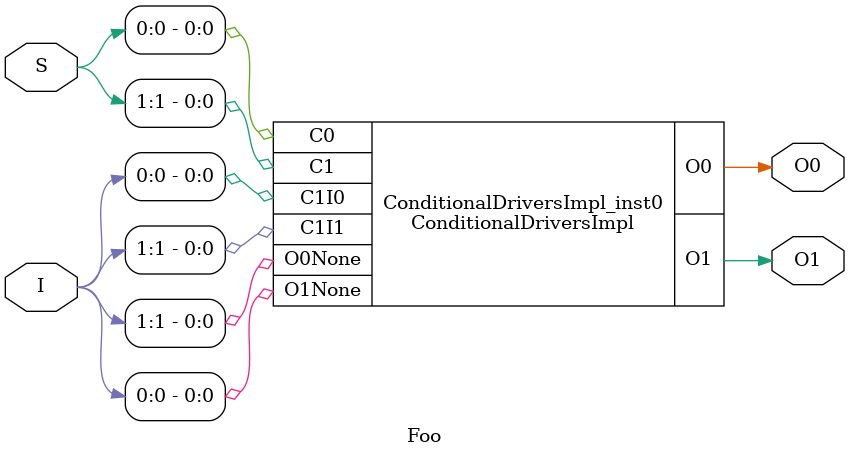
<source format=v>
module ConditionalDriversImpl (
    input C0,
    input C1,
    input C1I0,
    input C1I1,
    output O0,
    input O0None,
    output O1,
    input O1None
);
reg  O0_reg;
reg  O1_reg;
always @(*) begin
    O0_reg = O0None;
    O1_reg = O1None;
    if (C0) begin
        if (C1) begin
            O0_reg = O1None;
            O1_reg = O0None;
        end
    end
end
assign O0 = O0_reg;
assign O1 = O1_reg;

endmodule

module Foo (
    input [1:0] I,
    input [1:0] S,
    output O0,
    output O1
);
ConditionalDriversImpl ConditionalDriversImpl_inst0 (
    .C0(S[0]),
    .C1(S[1]),
    .C1I0(I[0]),
    .C1I1(I[1]),
    .O0(O0),
    .O0None(I[1]),
    .O1(O1),
    .O1None(I[0])
);
endmodule


</source>
